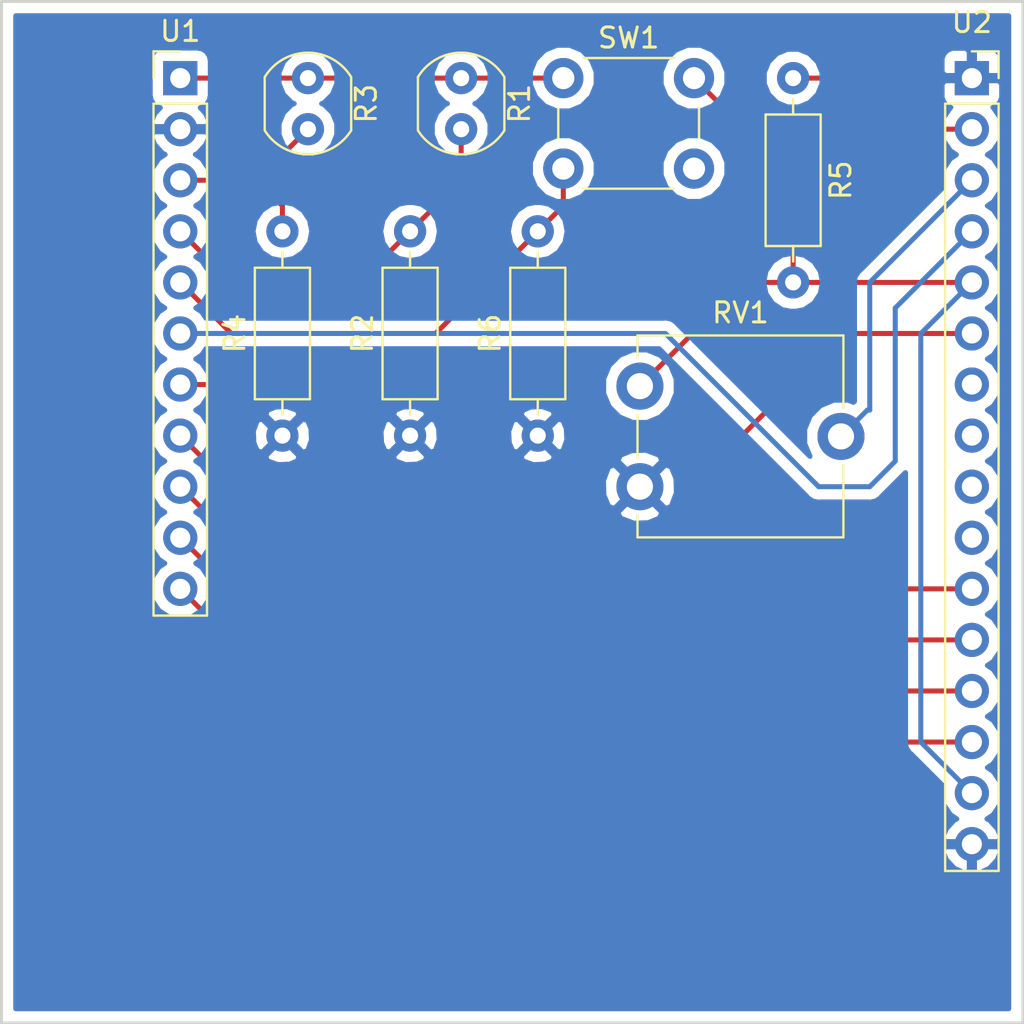
<source format=kicad_pcb>
(kicad_pcb (version 20171130) (host pcbnew "(5.0.1)-4")

  (general
    (thickness 1.6)
    (drawings 4)
    (tracks 59)
    (zones 0)
    (modules 10)
    (nets 18)
  )

  (page A4)
  (layers
    (0 F.Cu signal)
    (31 B.Cu signal)
    (32 B.Adhes user)
    (33 F.Adhes user)
    (34 B.Paste user)
    (35 F.Paste user)
    (36 B.SilkS user)
    (37 F.SilkS user)
    (38 B.Mask user)
    (39 F.Mask user)
    (40 Dwgs.User user)
    (41 Cmts.User user)
    (42 Eco1.User user)
    (43 Eco2.User user)
    (44 Edge.Cuts user)
    (45 Margin user)
    (46 B.CrtYd user)
    (47 F.CrtYd user)
    (48 B.Fab user)
    (49 F.Fab user)
  )

  (setup
    (last_trace_width 0.25)
    (trace_clearance 0.2)
    (zone_clearance 0.508)
    (zone_45_only no)
    (trace_min 0.2)
    (segment_width 0.2)
    (edge_width 0.15)
    (via_size 0.8)
    (via_drill 0.4)
    (via_min_size 0.4)
    (via_min_drill 0.3)
    (uvia_size 0.3)
    (uvia_drill 0.1)
    (uvias_allowed no)
    (uvia_min_size 0.2)
    (uvia_min_drill 0.1)
    (pcb_text_width 0.3)
    (pcb_text_size 1.5 1.5)
    (mod_edge_width 0.15)
    (mod_text_size 1 1)
    (mod_text_width 0.15)
    (pad_size 1.524 1.524)
    (pad_drill 0.762)
    (pad_to_mask_clearance 0.051)
    (solder_mask_min_width 0.25)
    (aux_axis_origin 0 0)
    (visible_elements 7FFFFFFF)
    (pcbplotparams
      (layerselection 0x010f0_ffffffff)
      (usegerberextensions false)
      (usegerberattributes false)
      (usegerberadvancedattributes false)
      (creategerberjobfile false)
      (excludeedgelayer true)
      (linewidth 0.100000)
      (plotframeref false)
      (viasonmask false)
      (mode 1)
      (useauxorigin false)
      (hpglpennumber 1)
      (hpglpenspeed 20)
      (hpglpendiameter 15.000000)
      (psnegative false)
      (psa4output false)
      (plotreference true)
      (plotvalue true)
      (plotinvisibletext false)
      (padsonsilk false)
      (subtractmaskfromsilk false)
      (outputformat 1)
      (mirror false)
      (drillshape 0)
      (scaleselection 1)
      (outputdirectory "C:/Users/Jack Mason/Documents/kicad/timer/timer/"))
  )

  (net 0 "")
  (net 1 "Net-(R1-Pad2)")
  (net 2 "Net-(R1-Pad1)")
  (net 3 "Net-(R2-Pad1)")
  (net 4 "Net-(R3-Pad2)")
  (net 5 "Net-(R5-Pad1)")
  (net 6 "Net-(R6-Pad2)")
  (net 7 "Net-(RV1-Pad2)")
  (net 8 "Net-(U1-Pad6)")
  (net 9 "Net-(U1-Pad7)")
  (net 10 "Net-(U1-Pad8)")
  (net 11 "Net-(U1-Pad9)")
  (net 12 "Net-(U1-Pad10)")
  (net 13 "Net-(U1-Pad11)")
  (net 14 "Net-(U2-Pad7)")
  (net 15 "Net-(U2-Pad8)")
  (net 16 "Net-(U2-Pad9)")
  (net 17 "Net-(U2-Pad10)")

  (net_class Default "This is the default net class."
    (clearance 0.2)
    (trace_width 0.25)
    (via_dia 0.8)
    (via_drill 0.4)
    (uvia_dia 0.3)
    (uvia_drill 0.1)
    (add_net "Net-(R1-Pad1)")
    (add_net "Net-(R1-Pad2)")
    (add_net "Net-(R2-Pad1)")
    (add_net "Net-(R3-Pad2)")
    (add_net "Net-(R5-Pad1)")
    (add_net "Net-(R6-Pad2)")
    (add_net "Net-(RV1-Pad2)")
    (add_net "Net-(U1-Pad10)")
    (add_net "Net-(U1-Pad11)")
    (add_net "Net-(U1-Pad6)")
    (add_net "Net-(U1-Pad7)")
    (add_net "Net-(U1-Pad8)")
    (add_net "Net-(U1-Pad9)")
    (add_net "Net-(U2-Pad10)")
    (add_net "Net-(U2-Pad7)")
    (add_net "Net-(U2-Pad8)")
    (add_net "Net-(U2-Pad9)")
  )

  (module OptoDevice:R_LDR_4.9x4.2mm_P2.54mm_Vertical (layer F.Cu) (tedit 5B8603A6) (tstamp 5C07AF46)
    (at 134.62 73.66 270)
    (descr "Resistor, LDR 4.9x4.2mm")
    (tags "Resistor LDR4.9x4.2")
    (path /5BF64243)
    (fp_text reference R1 (at 1.27 -2.9 270) (layer F.SilkS)
      (effects (font (size 1 1) (thickness 0.15)))
    )
    (fp_text value R_PHOTO (at 1.17 3.1 270) (layer F.Fab)
      (effects (font (size 1 1) (thickness 0.15)))
    )
    (fp_arc (start 1.27 0) (end -0.03 2.1) (angle 115) (layer F.Fab) (width 0.1))
    (fp_arc (start 1.27 0) (end 2.57 -2.1) (angle 115) (layer F.Fab) (width 0.1))
    (fp_arc (start 1.25 0) (end 2.6 -2.15) (angle 115) (layer F.SilkS) (width 0.12))
    (fp_arc (start 1.25 0) (end -0.05 2.15) (angle 117) (layer F.SilkS) (width 0.12))
    (fp_line (start 3.99 2.35) (end -1.45 2.35) (layer F.CrtYd) (width 0.05))
    (fp_line (start 3.99 2.35) (end 3.99 -2.35) (layer F.CrtYd) (width 0.05))
    (fp_line (start -1.45 -2.35) (end -1.45 2.35) (layer F.CrtYd) (width 0.05))
    (fp_line (start -1.45 -2.35) (end 3.99 -2.35) (layer F.CrtYd) (width 0.05))
    (fp_line (start -0.03 -2.1) (end 2.57 -2.1) (layer F.Fab) (width 0.1))
    (fp_line (start 2.57 2.1) (end -0.03 2.1) (layer F.Fab) (width 0.1))
    (fp_line (start 0.37 1.8) (end 2.17 1.8) (layer F.Fab) (width 0.1))
    (fp_line (start 0.37 1.2) (end 0.37 1.8) (layer F.Fab) (width 0.1))
    (fp_line (start 1.67 0.6) (end 1.67 1.2) (layer F.Fab) (width 0.1))
    (fp_line (start 0.87 0) (end 0.87 0.6) (layer F.Fab) (width 0.1))
    (fp_line (start 1.67 -0.6) (end 1.67 0) (layer F.Fab) (width 0.1))
    (fp_line (start 0.87 -1.2) (end 0.87 -0.6) (layer F.Fab) (width 0.1))
    (fp_line (start 2.17 -1.8) (end 2.17 -1.2) (layer F.Fab) (width 0.1))
    (fp_line (start 0.37 -1.8) (end 2.17 -1.8) (layer F.Fab) (width 0.1))
    (fp_line (start 0.37 1.2) (end 1.67 1.2) (layer F.Fab) (width 0.1))
    (fp_line (start 1.67 0.6) (end 0.87 0.6) (layer F.Fab) (width 0.1))
    (fp_line (start 0.87 0) (end 1.67 0) (layer F.Fab) (width 0.1))
    (fp_line (start 1.67 -0.6) (end 0.87 -0.6) (layer F.Fab) (width 0.1))
    (fp_line (start 0.87 -1.2) (end 2.17 -1.2) (layer F.Fab) (width 0.1))
    (fp_line (start -0.05 -2.15) (end 2.6 -2.15) (layer F.SilkS) (width 0.12))
    (fp_line (start -0.05 2.15) (end 2.6 2.15) (layer F.SilkS) (width 0.12))
    (fp_text user %R (at 1.27 -2.9 270) (layer F.Fab)
      (effects (font (size 1 1) (thickness 0.15)))
    )
    (pad 2 thru_hole circle (at 2.54 0 270) (size 1.6 1.6) (drill 0.8) (layers *.Cu *.Mask)
      (net 1 "Net-(R1-Pad2)"))
    (pad 1 thru_hole circle (at 0 0 270) (size 1.6 1.6) (drill 0.8) (layers *.Cu *.Mask)
      (net 2 "Net-(R1-Pad1)"))
    (model ${KISYS3DMOD}/OptoDevice.3dshapes/R_LDR_4.9x4.2mm_P2.54mm_Vertical.wrl
      (at (xyz 0 0 0))
      (scale (xyz 1 1 1))
      (rotate (xyz 0 0 0))
    )
  )

  (module Resistor_THT:R_Axial_DIN0207_L6.3mm_D2.5mm_P10.16mm_Horizontal (layer F.Cu) (tedit 5AE5139B) (tstamp 5C07AE17)
    (at 132.08 91.44 90)
    (descr "Resistor, Axial_DIN0207 series, Axial, Horizontal, pin pitch=10.16mm, 0.25W = 1/4W, length*diameter=6.3*2.5mm^2, http://cdn-reichelt.de/documents/datenblatt/B400/1_4W%23YAG.pdf")
    (tags "Resistor Axial_DIN0207 series Axial Horizontal pin pitch 10.16mm 0.25W = 1/4W length 6.3mm diameter 2.5mm")
    (path /5BF5FF69)
    (fp_text reference R2 (at 5.08 -2.37 90) (layer F.SilkS)
      (effects (font (size 1 1) (thickness 0.15)))
    )
    (fp_text value 10K (at 5.08 2.37 90) (layer F.Fab)
      (effects (font (size 1 1) (thickness 0.15)))
    )
    (fp_text user %R (at 5.08 0 90) (layer F.Fab)
      (effects (font (size 1 1) (thickness 0.15)))
    )
    (fp_line (start 11.21 -1.5) (end -1.05 -1.5) (layer F.CrtYd) (width 0.05))
    (fp_line (start 11.21 1.5) (end 11.21 -1.5) (layer F.CrtYd) (width 0.05))
    (fp_line (start -1.05 1.5) (end 11.21 1.5) (layer F.CrtYd) (width 0.05))
    (fp_line (start -1.05 -1.5) (end -1.05 1.5) (layer F.CrtYd) (width 0.05))
    (fp_line (start 9.12 0) (end 8.35 0) (layer F.SilkS) (width 0.12))
    (fp_line (start 1.04 0) (end 1.81 0) (layer F.SilkS) (width 0.12))
    (fp_line (start 8.35 -1.37) (end 1.81 -1.37) (layer F.SilkS) (width 0.12))
    (fp_line (start 8.35 1.37) (end 8.35 -1.37) (layer F.SilkS) (width 0.12))
    (fp_line (start 1.81 1.37) (end 8.35 1.37) (layer F.SilkS) (width 0.12))
    (fp_line (start 1.81 -1.37) (end 1.81 1.37) (layer F.SilkS) (width 0.12))
    (fp_line (start 10.16 0) (end 8.23 0) (layer F.Fab) (width 0.1))
    (fp_line (start 0 0) (end 1.93 0) (layer F.Fab) (width 0.1))
    (fp_line (start 8.23 -1.25) (end 1.93 -1.25) (layer F.Fab) (width 0.1))
    (fp_line (start 8.23 1.25) (end 8.23 -1.25) (layer F.Fab) (width 0.1))
    (fp_line (start 1.93 1.25) (end 8.23 1.25) (layer F.Fab) (width 0.1))
    (fp_line (start 1.93 -1.25) (end 1.93 1.25) (layer F.Fab) (width 0.1))
    (pad 2 thru_hole oval (at 10.16 0 90) (size 1.6 1.6) (drill 0.8) (layers *.Cu *.Mask)
      (net 1 "Net-(R1-Pad2)"))
    (pad 1 thru_hole circle (at 0 0 90) (size 1.6 1.6) (drill 0.8) (layers *.Cu *.Mask)
      (net 3 "Net-(R2-Pad1)"))
    (model ${KISYS3DMOD}/Resistor_THT.3dshapes/R_Axial_DIN0207_L6.3mm_D2.5mm_P10.16mm_Horizontal.wrl
      (at (xyz 0 0 0))
      (scale (xyz 1 1 1))
      (rotate (xyz 0 0 0))
    )
  )

  (module OptoDevice:R_LDR_4.9x4.2mm_P2.54mm_Vertical (layer F.Cu) (tedit 5B8603A6) (tstamp 5C07AEA4)
    (at 127 73.66 270)
    (descr "Resistor, LDR 4.9x4.2mm")
    (tags "Resistor LDR4.9x4.2")
    (path /5BF64207)
    (fp_text reference R3 (at 1.27 -2.9 270) (layer F.SilkS)
      (effects (font (size 1 1) (thickness 0.15)))
    )
    (fp_text value R_PHOTO (at 1.17 3.1 270) (layer F.Fab)
      (effects (font (size 1 1) (thickness 0.15)))
    )
    (fp_text user %R (at 1.27 -2.9 270) (layer F.Fab)
      (effects (font (size 1 1) (thickness 0.15)))
    )
    (fp_line (start -0.05 2.15) (end 2.6 2.15) (layer F.SilkS) (width 0.12))
    (fp_line (start -0.05 -2.15) (end 2.6 -2.15) (layer F.SilkS) (width 0.12))
    (fp_line (start 0.87 -1.2) (end 2.17 -1.2) (layer F.Fab) (width 0.1))
    (fp_line (start 1.67 -0.6) (end 0.87 -0.6) (layer F.Fab) (width 0.1))
    (fp_line (start 0.87 0) (end 1.67 0) (layer F.Fab) (width 0.1))
    (fp_line (start 1.67 0.6) (end 0.87 0.6) (layer F.Fab) (width 0.1))
    (fp_line (start 0.37 1.2) (end 1.67 1.2) (layer F.Fab) (width 0.1))
    (fp_line (start 0.37 -1.8) (end 2.17 -1.8) (layer F.Fab) (width 0.1))
    (fp_line (start 2.17 -1.8) (end 2.17 -1.2) (layer F.Fab) (width 0.1))
    (fp_line (start 0.87 -1.2) (end 0.87 -0.6) (layer F.Fab) (width 0.1))
    (fp_line (start 1.67 -0.6) (end 1.67 0) (layer F.Fab) (width 0.1))
    (fp_line (start 0.87 0) (end 0.87 0.6) (layer F.Fab) (width 0.1))
    (fp_line (start 1.67 0.6) (end 1.67 1.2) (layer F.Fab) (width 0.1))
    (fp_line (start 0.37 1.2) (end 0.37 1.8) (layer F.Fab) (width 0.1))
    (fp_line (start 0.37 1.8) (end 2.17 1.8) (layer F.Fab) (width 0.1))
    (fp_line (start 2.57 2.1) (end -0.03 2.1) (layer F.Fab) (width 0.1))
    (fp_line (start -0.03 -2.1) (end 2.57 -2.1) (layer F.Fab) (width 0.1))
    (fp_line (start -1.45 -2.35) (end 3.99 -2.35) (layer F.CrtYd) (width 0.05))
    (fp_line (start -1.45 -2.35) (end -1.45 2.35) (layer F.CrtYd) (width 0.05))
    (fp_line (start 3.99 2.35) (end 3.99 -2.35) (layer F.CrtYd) (width 0.05))
    (fp_line (start 3.99 2.35) (end -1.45 2.35) (layer F.CrtYd) (width 0.05))
    (fp_arc (start 1.25 0) (end -0.05 2.15) (angle 117) (layer F.SilkS) (width 0.12))
    (fp_arc (start 1.25 0) (end 2.6 -2.15) (angle 115) (layer F.SilkS) (width 0.12))
    (fp_arc (start 1.27 0) (end 2.57 -2.1) (angle 115) (layer F.Fab) (width 0.1))
    (fp_arc (start 1.27 0) (end -0.03 2.1) (angle 115) (layer F.Fab) (width 0.1))
    (pad 1 thru_hole circle (at 0 0 270) (size 1.6 1.6) (drill 0.8) (layers *.Cu *.Mask)
      (net 2 "Net-(R1-Pad1)"))
    (pad 2 thru_hole circle (at 2.54 0 270) (size 1.6 1.6) (drill 0.8) (layers *.Cu *.Mask)
      (net 4 "Net-(R3-Pad2)"))
    (model ${KISYS3DMOD}/OptoDevice.3dshapes/R_LDR_4.9x4.2mm_P2.54mm_Vertical.wrl
      (at (xyz 0 0 0))
      (scale (xyz 1 1 1))
      (rotate (xyz 0 0 0))
    )
  )

  (module Resistor_THT:R_Axial_DIN0207_L6.3mm_D2.5mm_P10.16mm_Horizontal (layer F.Cu) (tedit 5AE5139B) (tstamp 5C07AE59)
    (at 125.73 91.44 90)
    (descr "Resistor, Axial_DIN0207 series, Axial, Horizontal, pin pitch=10.16mm, 0.25W = 1/4W, length*diameter=6.3*2.5mm^2, http://cdn-reichelt.de/documents/datenblatt/B400/1_4W%23YAG.pdf")
    (tags "Resistor Axial_DIN0207 series Axial Horizontal pin pitch 10.16mm 0.25W = 1/4W length 6.3mm diameter 2.5mm")
    (path /5BF600C8)
    (fp_text reference R4 (at 5.08 -2.37 90) (layer F.SilkS)
      (effects (font (size 1 1) (thickness 0.15)))
    )
    (fp_text value 10K (at 5.08 2.37 90) (layer F.Fab)
      (effects (font (size 1 1) (thickness 0.15)))
    )
    (fp_line (start 1.93 -1.25) (end 1.93 1.25) (layer F.Fab) (width 0.1))
    (fp_line (start 1.93 1.25) (end 8.23 1.25) (layer F.Fab) (width 0.1))
    (fp_line (start 8.23 1.25) (end 8.23 -1.25) (layer F.Fab) (width 0.1))
    (fp_line (start 8.23 -1.25) (end 1.93 -1.25) (layer F.Fab) (width 0.1))
    (fp_line (start 0 0) (end 1.93 0) (layer F.Fab) (width 0.1))
    (fp_line (start 10.16 0) (end 8.23 0) (layer F.Fab) (width 0.1))
    (fp_line (start 1.81 -1.37) (end 1.81 1.37) (layer F.SilkS) (width 0.12))
    (fp_line (start 1.81 1.37) (end 8.35 1.37) (layer F.SilkS) (width 0.12))
    (fp_line (start 8.35 1.37) (end 8.35 -1.37) (layer F.SilkS) (width 0.12))
    (fp_line (start 8.35 -1.37) (end 1.81 -1.37) (layer F.SilkS) (width 0.12))
    (fp_line (start 1.04 0) (end 1.81 0) (layer F.SilkS) (width 0.12))
    (fp_line (start 9.12 0) (end 8.35 0) (layer F.SilkS) (width 0.12))
    (fp_line (start -1.05 -1.5) (end -1.05 1.5) (layer F.CrtYd) (width 0.05))
    (fp_line (start -1.05 1.5) (end 11.21 1.5) (layer F.CrtYd) (width 0.05))
    (fp_line (start 11.21 1.5) (end 11.21 -1.5) (layer F.CrtYd) (width 0.05))
    (fp_line (start 11.21 -1.5) (end -1.05 -1.5) (layer F.CrtYd) (width 0.05))
    (fp_text user %R (at 5.08 0 90) (layer F.Fab)
      (effects (font (size 1 1) (thickness 0.15)))
    )
    (pad 1 thru_hole circle (at 0 0 90) (size 1.6 1.6) (drill 0.8) (layers *.Cu *.Mask)
      (net 3 "Net-(R2-Pad1)"))
    (pad 2 thru_hole oval (at 10.16 0 90) (size 1.6 1.6) (drill 0.8) (layers *.Cu *.Mask)
      (net 4 "Net-(R3-Pad2)"))
    (model ${KISYS3DMOD}/Resistor_THT.3dshapes/R_Axial_DIN0207_L6.3mm_D2.5mm_P10.16mm_Horizontal.wrl
      (at (xyz 0 0 0))
      (scale (xyz 1 1 1))
      (rotate (xyz 0 0 0))
    )
  )

  (module Resistor_THT:R_Axial_DIN0207_L6.3mm_D2.5mm_P10.16mm_Horizontal (layer F.Cu) (tedit 5AE5139B) (tstamp 5C045351)
    (at 151.13 73.66 270)
    (descr "Resistor, Axial_DIN0207 series, Axial, Horizontal, pin pitch=10.16mm, 0.25W = 1/4W, length*diameter=6.3*2.5mm^2, http://cdn-reichelt.de/documents/datenblatt/B400/1_4W%23YAG.pdf")
    (tags "Resistor Axial_DIN0207 series Axial Horizontal pin pitch 10.16mm 0.25W = 1/4W length 6.3mm diameter 2.5mm")
    (path /5BF5FF1F)
    (fp_text reference R5 (at 5.08 -2.37 270) (layer F.SilkS)
      (effects (font (size 1 1) (thickness 0.15)))
    )
    (fp_text value 220 (at 5.08 2.37 270) (layer F.Fab)
      (effects (font (size 1 1) (thickness 0.15)))
    )
    (fp_line (start 1.93 -1.25) (end 1.93 1.25) (layer F.Fab) (width 0.1))
    (fp_line (start 1.93 1.25) (end 8.23 1.25) (layer F.Fab) (width 0.1))
    (fp_line (start 8.23 1.25) (end 8.23 -1.25) (layer F.Fab) (width 0.1))
    (fp_line (start 8.23 -1.25) (end 1.93 -1.25) (layer F.Fab) (width 0.1))
    (fp_line (start 0 0) (end 1.93 0) (layer F.Fab) (width 0.1))
    (fp_line (start 10.16 0) (end 8.23 0) (layer F.Fab) (width 0.1))
    (fp_line (start 1.81 -1.37) (end 1.81 1.37) (layer F.SilkS) (width 0.12))
    (fp_line (start 1.81 1.37) (end 8.35 1.37) (layer F.SilkS) (width 0.12))
    (fp_line (start 8.35 1.37) (end 8.35 -1.37) (layer F.SilkS) (width 0.12))
    (fp_line (start 8.35 -1.37) (end 1.81 -1.37) (layer F.SilkS) (width 0.12))
    (fp_line (start 1.04 0) (end 1.81 0) (layer F.SilkS) (width 0.12))
    (fp_line (start 9.12 0) (end 8.35 0) (layer F.SilkS) (width 0.12))
    (fp_line (start -1.05 -1.5) (end -1.05 1.5) (layer F.CrtYd) (width 0.05))
    (fp_line (start -1.05 1.5) (end 11.21 1.5) (layer F.CrtYd) (width 0.05))
    (fp_line (start 11.21 1.5) (end 11.21 -1.5) (layer F.CrtYd) (width 0.05))
    (fp_line (start 11.21 -1.5) (end -1.05 -1.5) (layer F.CrtYd) (width 0.05))
    (fp_text user %R (at 5.08 0 90) (layer F.Fab)
      (effects (font (size 1 1) (thickness 0.15)))
    )
    (pad 1 thru_hole circle (at 0 0 270) (size 1.6 1.6) (drill 0.8) (layers *.Cu *.Mask)
      (net 5 "Net-(R5-Pad1)"))
    (pad 2 thru_hole oval (at 10.16 0 270) (size 1.6 1.6) (drill 0.8) (layers *.Cu *.Mask)
      (net 2 "Net-(R1-Pad1)"))
    (model ${KISYS3DMOD}/Resistor_THT.3dshapes/R_Axial_DIN0207_L6.3mm_D2.5mm_P10.16mm_Horizontal.wrl
      (at (xyz 0 0 0))
      (scale (xyz 1 1 1))
      (rotate (xyz 0 0 0))
    )
  )

  (module Resistor_THT:R_Axial_DIN0207_L6.3mm_D2.5mm_P10.16mm_Horizontal (layer F.Cu) (tedit 5AE5139B) (tstamp 5C07ADD5)
    (at 138.43 91.44 90)
    (descr "Resistor, Axial_DIN0207 series, Axial, Horizontal, pin pitch=10.16mm, 0.25W = 1/4W, length*diameter=6.3*2.5mm^2, http://cdn-reichelt.de/documents/datenblatt/B400/1_4W%23YAG.pdf")
    (tags "Resistor Axial_DIN0207 series Axial Horizontal pin pitch 10.16mm 0.25W = 1/4W length 6.3mm diameter 2.5mm")
    (path /5BF600EF)
    (fp_text reference R6 (at 5.08 -2.37 90) (layer F.SilkS)
      (effects (font (size 1 1) (thickness 0.15)))
    )
    (fp_text value 10K (at 5.08 2.37 90) (layer F.Fab)
      (effects (font (size 1 1) (thickness 0.15)))
    )
    (fp_text user %R (at 5.08 0 90) (layer F.Fab)
      (effects (font (size 1 1) (thickness 0.15)))
    )
    (fp_line (start 11.21 -1.5) (end -1.05 -1.5) (layer F.CrtYd) (width 0.05))
    (fp_line (start 11.21 1.5) (end 11.21 -1.5) (layer F.CrtYd) (width 0.05))
    (fp_line (start -1.05 1.5) (end 11.21 1.5) (layer F.CrtYd) (width 0.05))
    (fp_line (start -1.05 -1.5) (end -1.05 1.5) (layer F.CrtYd) (width 0.05))
    (fp_line (start 9.12 0) (end 8.35 0) (layer F.SilkS) (width 0.12))
    (fp_line (start 1.04 0) (end 1.81 0) (layer F.SilkS) (width 0.12))
    (fp_line (start 8.35 -1.37) (end 1.81 -1.37) (layer F.SilkS) (width 0.12))
    (fp_line (start 8.35 1.37) (end 8.35 -1.37) (layer F.SilkS) (width 0.12))
    (fp_line (start 1.81 1.37) (end 8.35 1.37) (layer F.SilkS) (width 0.12))
    (fp_line (start 1.81 -1.37) (end 1.81 1.37) (layer F.SilkS) (width 0.12))
    (fp_line (start 10.16 0) (end 8.23 0) (layer F.Fab) (width 0.1))
    (fp_line (start 0 0) (end 1.93 0) (layer F.Fab) (width 0.1))
    (fp_line (start 8.23 -1.25) (end 1.93 -1.25) (layer F.Fab) (width 0.1))
    (fp_line (start 8.23 1.25) (end 8.23 -1.25) (layer F.Fab) (width 0.1))
    (fp_line (start 1.93 1.25) (end 8.23 1.25) (layer F.Fab) (width 0.1))
    (fp_line (start 1.93 -1.25) (end 1.93 1.25) (layer F.Fab) (width 0.1))
    (pad 2 thru_hole oval (at 10.16 0 90) (size 1.6 1.6) (drill 0.8) (layers *.Cu *.Mask)
      (net 6 "Net-(R6-Pad2)"))
    (pad 1 thru_hole circle (at 0 0 90) (size 1.6 1.6) (drill 0.8) (layers *.Cu *.Mask)
      (net 3 "Net-(R2-Pad1)"))
    (model ${KISYS3DMOD}/Resistor_THT.3dshapes/R_Axial_DIN0207_L6.3mm_D2.5mm_P10.16mm_Horizontal.wrl
      (at (xyz 0 0 0))
      (scale (xyz 1 1 1))
      (rotate (xyz 0 0 0))
    )
  )

  (module Potentiometer_THT:Potentiometer_ACP_CA9-V10_Vertical (layer F.Cu) (tedit 5A3D4994) (tstamp 5C045601)
    (at 143.51 93.98)
    (descr "Potentiometer, vertical, ACP CA9-V10, http://www.acptechnologies.com/wp-content/uploads/2017/05/02-ACP-CA9-CE9.pdf")
    (tags "Potentiometer vertical ACP CA9-V10")
    (path /5BF6D3DF)
    (fp_text reference RV1 (at 5 -8.65) (layer F.SilkS)
      (effects (font (size 1 1) (thickness 0.15)))
    )
    (fp_text value R_POT (at 5 3.65) (layer F.Fab)
      (effects (font (size 1 1) (thickness 0.15)))
    )
    (fp_circle (center 5 -2.5) (end 6.05 -2.5) (layer F.Fab) (width 0.1))
    (fp_line (start 0 -7.4) (end 0 2.4) (layer F.Fab) (width 0.1))
    (fp_line (start 0 2.4) (end 10 2.4) (layer F.Fab) (width 0.1))
    (fp_line (start 10 2.4) (end 10 -7.4) (layer F.Fab) (width 0.1))
    (fp_line (start 10 -7.4) (end 0 -7.4) (layer F.Fab) (width 0.1))
    (fp_line (start -0.12 -7.521) (end 10.12 -7.521) (layer F.SilkS) (width 0.12))
    (fp_line (start -0.12 2.52) (end 10.12 2.52) (layer F.SilkS) (width 0.12))
    (fp_line (start -0.12 -7.521) (end -0.12 -6.426) (layer F.SilkS) (width 0.12))
    (fp_line (start -0.12 -3.574) (end -0.12 -1.425) (layer F.SilkS) (width 0.12))
    (fp_line (start -0.12 1.425) (end -0.12 2.52) (layer F.SilkS) (width 0.12))
    (fp_line (start 10.12 -7.521) (end 10.12 -3.925) (layer F.SilkS) (width 0.12))
    (fp_line (start 10.12 -1.075) (end 10.12 2.52) (layer F.SilkS) (width 0.12))
    (fp_line (start -1.45 -7.65) (end -1.45 2.7) (layer F.CrtYd) (width 0.05))
    (fp_line (start -1.45 2.7) (end 11.45 2.7) (layer F.CrtYd) (width 0.05))
    (fp_line (start 11.45 2.7) (end 11.45 -7.65) (layer F.CrtYd) (width 0.05))
    (fp_line (start 11.45 -7.65) (end -1.45 -7.65) (layer F.CrtYd) (width 0.05))
    (fp_text user %R (at 1 -2.5 90) (layer F.Fab)
      (effects (font (size 1 1) (thickness 0.15)))
    )
    (pad 3 thru_hole circle (at 0 -5) (size 2.34 2.34) (drill 1.3) (layers *.Cu *.Mask)
      (net 2 "Net-(R1-Pad1)"))
    (pad 2 thru_hole circle (at 10 -2.5) (size 2.34 2.34) (drill 1.3) (layers *.Cu *.Mask)
      (net 7 "Net-(RV1-Pad2)"))
    (pad 1 thru_hole circle (at 0 0) (size 2.34 2.34) (drill 1.3) (layers *.Cu *.Mask)
      (net 3 "Net-(R2-Pad1)"))
    (model ${KISYS3DMOD}/Potentiometer_THT.3dshapes/Potentiometer_ACP_CA9-V10_Vertical.wrl
      (at (xyz 0 0 0))
      (scale (xyz 1 1 1))
      (rotate (xyz 0 0 0))
    )
  )

  (module Button_Switch_THT:SW_PUSH_6mm (layer F.Cu) (tedit 5A02FE31) (tstamp 5C07AD83)
    (at 139.7 73.66)
    (descr https://www.omron.com/ecb/products/pdf/en-b3f.pdf)
    (tags "tact sw push 6mm")
    (path /5BF607CD)
    (fp_text reference SW1 (at 3.25 -2) (layer F.SilkS)
      (effects (font (size 1 1) (thickness 0.15)))
    )
    (fp_text value SW_Push (at 3.75 6.7) (layer F.Fab)
      (effects (font (size 1 1) (thickness 0.15)))
    )
    (fp_text user %R (at 3.25 2.25) (layer F.Fab)
      (effects (font (size 1 1) (thickness 0.15)))
    )
    (fp_line (start 3.25 -0.75) (end 6.25 -0.75) (layer F.Fab) (width 0.1))
    (fp_line (start 6.25 -0.75) (end 6.25 5.25) (layer F.Fab) (width 0.1))
    (fp_line (start 6.25 5.25) (end 0.25 5.25) (layer F.Fab) (width 0.1))
    (fp_line (start 0.25 5.25) (end 0.25 -0.75) (layer F.Fab) (width 0.1))
    (fp_line (start 0.25 -0.75) (end 3.25 -0.75) (layer F.Fab) (width 0.1))
    (fp_line (start 7.75 6) (end 8 6) (layer F.CrtYd) (width 0.05))
    (fp_line (start 8 6) (end 8 5.75) (layer F.CrtYd) (width 0.05))
    (fp_line (start 7.75 -1.5) (end 8 -1.5) (layer F.CrtYd) (width 0.05))
    (fp_line (start 8 -1.5) (end 8 -1.25) (layer F.CrtYd) (width 0.05))
    (fp_line (start -1.5 -1.25) (end -1.5 -1.5) (layer F.CrtYd) (width 0.05))
    (fp_line (start -1.5 -1.5) (end -1.25 -1.5) (layer F.CrtYd) (width 0.05))
    (fp_line (start -1.5 5.75) (end -1.5 6) (layer F.CrtYd) (width 0.05))
    (fp_line (start -1.5 6) (end -1.25 6) (layer F.CrtYd) (width 0.05))
    (fp_line (start -1.25 -1.5) (end 7.75 -1.5) (layer F.CrtYd) (width 0.05))
    (fp_line (start -1.5 5.75) (end -1.5 -1.25) (layer F.CrtYd) (width 0.05))
    (fp_line (start 7.75 6) (end -1.25 6) (layer F.CrtYd) (width 0.05))
    (fp_line (start 8 -1.25) (end 8 5.75) (layer F.CrtYd) (width 0.05))
    (fp_line (start 1 5.5) (end 5.5 5.5) (layer F.SilkS) (width 0.12))
    (fp_line (start -0.25 1.5) (end -0.25 3) (layer F.SilkS) (width 0.12))
    (fp_line (start 5.5 -1) (end 1 -1) (layer F.SilkS) (width 0.12))
    (fp_line (start 6.75 3) (end 6.75 1.5) (layer F.SilkS) (width 0.12))
    (fp_circle (center 3.25 2.25) (end 1.25 2.5) (layer F.Fab) (width 0.1))
    (pad 2 thru_hole circle (at 0 4.5 90) (size 2 2) (drill 1.1) (layers *.Cu *.Mask)
      (net 6 "Net-(R6-Pad2)"))
    (pad 1 thru_hole circle (at 0 0 90) (size 2 2) (drill 1.1) (layers *.Cu *.Mask)
      (net 2 "Net-(R1-Pad1)"))
    (pad 2 thru_hole circle (at 6.5 4.5 90) (size 2 2) (drill 1.1) (layers *.Cu *.Mask)
      (net 6 "Net-(R6-Pad2)"))
    (pad 1 thru_hole circle (at 6.5 0 90) (size 2 2) (drill 1.1) (layers *.Cu *.Mask)
      (net 2 "Net-(R1-Pad1)"))
    (model ${KISYS3DMOD}/Button_Switch_THT.3dshapes/SW_PUSH_6mm.wrl
      (at (xyz 0 0 0))
      (scale (xyz 1 1 1))
      (rotate (xyz 0 0 0))
    )
  )

  (module mylib:TIMER_CONN (layer F.Cu) (tedit 59FED5CC) (tstamp 5C07AD29)
    (at 120.65 73.66)
    (descr "Through hole straight pin header, 1x11, 2.54mm pitch, single row")
    (tags "Through hole pin header THT 1x11 2.54mm single row")
    (path /5BF5FD3E)
    (fp_text reference U1 (at 0 -2.33) (layer F.SilkS)
      (effects (font (size 1 1) (thickness 0.15)))
    )
    (fp_text value TIMER (at 0 27.73) (layer F.Fab)
      (effects (font (size 1 1) (thickness 0.15)))
    )
    (fp_line (start -0.635 -1.27) (end 1.27 -1.27) (layer F.Fab) (width 0.1))
    (fp_line (start 1.27 -1.27) (end 1.27 26.67) (layer F.Fab) (width 0.1))
    (fp_line (start 1.27 26.67) (end -1.27 26.67) (layer F.Fab) (width 0.1))
    (fp_line (start -1.27 26.67) (end -1.27 -0.635) (layer F.Fab) (width 0.1))
    (fp_line (start -1.27 -0.635) (end -0.635 -1.27) (layer F.Fab) (width 0.1))
    (fp_line (start -1.33 26.73) (end 1.33 26.73) (layer F.SilkS) (width 0.12))
    (fp_line (start -1.33 1.27) (end -1.33 26.73) (layer F.SilkS) (width 0.12))
    (fp_line (start 1.33 1.27) (end 1.33 26.73) (layer F.SilkS) (width 0.12))
    (fp_line (start -1.33 1.27) (end 1.33 1.27) (layer F.SilkS) (width 0.12))
    (fp_line (start -1.33 0) (end -1.33 -1.33) (layer F.SilkS) (width 0.12))
    (fp_line (start -1.33 -1.33) (end 0 -1.33) (layer F.SilkS) (width 0.12))
    (fp_line (start -1.8 -1.8) (end -1.8 27.2) (layer F.CrtYd) (width 0.05))
    (fp_line (start -1.8 27.2) (end 1.8 27.2) (layer F.CrtYd) (width 0.05))
    (fp_line (start 1.8 27.2) (end 1.8 -1.8) (layer F.CrtYd) (width 0.05))
    (fp_line (start 1.8 -1.8) (end -1.8 -1.8) (layer F.CrtYd) (width 0.05))
    (fp_text user %R (at 0 12.7 90) (layer F.Fab)
      (effects (font (size 1 1) (thickness 0.15)))
    )
    (pad 1 thru_hole rect (at 0 0) (size 1.7 1.7) (drill 1) (layers *.Cu *.Mask)
      (net 2 "Net-(R1-Pad1)"))
    (pad 2 thru_hole oval (at 0 2.54) (size 1.7 1.7) (drill 1) (layers *.Cu *.Mask)
      (net 3 "Net-(R2-Pad1)"))
    (pad 3 thru_hole oval (at 0 5.08) (size 1.7 1.7) (drill 1) (layers *.Cu *.Mask)
      (net 4 "Net-(R3-Pad2)"))
    (pad 4 thru_hole oval (at 0 7.62) (size 1.7 1.7) (drill 1) (layers *.Cu *.Mask)
      (net 1 "Net-(R1-Pad2)"))
    (pad 5 thru_hole oval (at 0 10.16) (size 1.7 1.7) (drill 1) (layers *.Cu *.Mask)
      (net 6 "Net-(R6-Pad2)"))
    (pad 6 thru_hole oval (at 0 12.7) (size 1.7 1.7) (drill 1) (layers *.Cu *.Mask)
      (net 8 "Net-(U1-Pad6)"))
    (pad 7 thru_hole oval (at 0 15.24) (size 1.7 1.7) (drill 1) (layers *.Cu *.Mask)
      (net 9 "Net-(U1-Pad7)"))
    (pad 8 thru_hole oval (at 0 17.78) (size 1.7 1.7) (drill 1) (layers *.Cu *.Mask)
      (net 10 "Net-(U1-Pad8)"))
    (pad 9 thru_hole oval (at 0 20.32) (size 1.7 1.7) (drill 1) (layers *.Cu *.Mask)
      (net 11 "Net-(U1-Pad9)"))
    (pad 10 thru_hole oval (at 0 22.86) (size 1.7 1.7) (drill 1) (layers *.Cu *.Mask)
      (net 12 "Net-(U1-Pad10)"))
    (pad 11 thru_hole oval (at 0 25.4) (size 1.7 1.7) (drill 1) (layers *.Cu *.Mask)
      (net 13 "Net-(U1-Pad11)"))
    (model ${KISYS3DMOD}/Connector_PinHeader_2.54mm.3dshapes/PinHeader_1x11_P2.54mm_Vertical.wrl
      (at (xyz 0 0 0))
      (scale (xyz 1 1 1))
      (rotate (xyz 0 0 0))
    )
  )

  (module Connector_PinSocket_2.54mm:PinSocket_1x16_P2.54mm_Vertical (layer F.Cu) (tedit 5A19A41E) (tstamp 5C1A204D)
    (at 160.02 73.66)
    (descr "Through hole straight socket strip, 1x16, 2.54mm pitch, single row (from Kicad 4.0.7), script generated")
    (tags "Through hole socket strip THT 1x16 2.54mm single row")
    (path /5BF5FD91)
    (fp_text reference U2 (at 0 -2.77) (layer F.SilkS)
      (effects (font (size 1 1) (thickness 0.15)))
    )
    (fp_text value LCD (at 0 40.87) (layer F.Fab)
      (effects (font (size 1 1) (thickness 0.15)))
    )
    (fp_line (start -1.27 -1.27) (end 0.635 -1.27) (layer F.Fab) (width 0.1))
    (fp_line (start 0.635 -1.27) (end 1.27 -0.635) (layer F.Fab) (width 0.1))
    (fp_line (start 1.27 -0.635) (end 1.27 39.37) (layer F.Fab) (width 0.1))
    (fp_line (start 1.27 39.37) (end -1.27 39.37) (layer F.Fab) (width 0.1))
    (fp_line (start -1.27 39.37) (end -1.27 -1.27) (layer F.Fab) (width 0.1))
    (fp_line (start -1.33 1.27) (end 1.33 1.27) (layer F.SilkS) (width 0.12))
    (fp_line (start -1.33 1.27) (end -1.33 39.43) (layer F.SilkS) (width 0.12))
    (fp_line (start -1.33 39.43) (end 1.33 39.43) (layer F.SilkS) (width 0.12))
    (fp_line (start 1.33 1.27) (end 1.33 39.43) (layer F.SilkS) (width 0.12))
    (fp_line (start 1.33 -1.33) (end 1.33 0) (layer F.SilkS) (width 0.12))
    (fp_line (start 0 -1.33) (end 1.33 -1.33) (layer F.SilkS) (width 0.12))
    (fp_line (start -1.8 -1.8) (end 1.75 -1.8) (layer F.CrtYd) (width 0.05))
    (fp_line (start 1.75 -1.8) (end 1.75 39.9) (layer F.CrtYd) (width 0.05))
    (fp_line (start 1.75 39.9) (end -1.8 39.9) (layer F.CrtYd) (width 0.05))
    (fp_line (start -1.8 39.9) (end -1.8 -1.8) (layer F.CrtYd) (width 0.05))
    (fp_text user %R (at 0 19.05 90) (layer F.Fab)
      (effects (font (size 1 1) (thickness 0.15)))
    )
    (pad 1 thru_hole rect (at 0 0) (size 1.7 1.7) (drill 1) (layers *.Cu *.Mask)
      (net 3 "Net-(R2-Pad1)"))
    (pad 2 thru_hole oval (at 0 2.54) (size 1.7 1.7) (drill 1) (layers *.Cu *.Mask)
      (net 5 "Net-(R5-Pad1)"))
    (pad 3 thru_hole oval (at 0 5.08) (size 1.7 1.7) (drill 1) (layers *.Cu *.Mask)
      (net 7 "Net-(RV1-Pad2)"))
    (pad 4 thru_hole oval (at 0 7.62) (size 1.7 1.7) (drill 1) (layers *.Cu *.Mask)
      (net 8 "Net-(U1-Pad6)"))
    (pad 5 thru_hole oval (at 0 10.16) (size 1.7 1.7) (drill 1) (layers *.Cu *.Mask)
      (net 2 "Net-(R1-Pad1)"))
    (pad 6 thru_hole oval (at 0 12.7) (size 1.7 1.7) (drill 1) (layers *.Cu *.Mask)
      (net 9 "Net-(U1-Pad7)"))
    (pad 7 thru_hole oval (at 0 15.24) (size 1.7 1.7) (drill 1) (layers *.Cu *.Mask)
      (net 14 "Net-(U2-Pad7)"))
    (pad 8 thru_hole oval (at 0 17.78) (size 1.7 1.7) (drill 1) (layers *.Cu *.Mask)
      (net 15 "Net-(U2-Pad8)"))
    (pad 9 thru_hole oval (at 0 20.32) (size 1.7 1.7) (drill 1) (layers *.Cu *.Mask)
      (net 16 "Net-(U2-Pad9)"))
    (pad 10 thru_hole oval (at 0 22.86) (size 1.7 1.7) (drill 1) (layers *.Cu *.Mask)
      (net 17 "Net-(U2-Pad10)"))
    (pad 11 thru_hole oval (at 0 25.4) (size 1.7 1.7) (drill 1) (layers *.Cu *.Mask)
      (net 10 "Net-(U1-Pad8)"))
    (pad 12 thru_hole oval (at 0 27.94) (size 1.7 1.7) (drill 1) (layers *.Cu *.Mask)
      (net 11 "Net-(U1-Pad9)"))
    (pad 13 thru_hole oval (at 0 30.48) (size 1.7 1.7) (drill 1) (layers *.Cu *.Mask)
      (net 12 "Net-(U1-Pad10)"))
    (pad 14 thru_hole oval (at 0 33.02) (size 1.7 1.7) (drill 1) (layers *.Cu *.Mask)
      (net 13 "Net-(U1-Pad11)"))
    (pad 15 thru_hole oval (at 0 35.56) (size 1.7 1.7) (drill 1) (layers *.Cu *.Mask)
      (net 2 "Net-(R1-Pad1)"))
    (pad 16 thru_hole oval (at 0 38.1) (size 1.7 1.7) (drill 1) (layers *.Cu *.Mask)
      (net 3 "Net-(R2-Pad1)"))
    (model ${KISYS3DMOD}/Connector_PinSocket_2.54mm.3dshapes/PinSocket_1x16_P2.54mm_Vertical.wrl
      (at (xyz 0 0 0))
      (scale (xyz 1 1 1))
      (rotate (xyz 0 0 0))
    )
  )

  (gr_line (start 111.76 69.85) (end 162.56 69.85) (layer Edge.Cuts) (width 0.15))
  (gr_line (start 111.76 120.65) (end 111.76 69.85) (layer Edge.Cuts) (width 0.15))
  (gr_line (start 162.56 120.65) (end 111.76 120.65) (layer Edge.Cuts) (width 0.15))
  (gr_line (start 162.56 69.85) (end 162.56 120.65) (layer Edge.Cuts) (width 0.15))

  (segment (start 134.62 78.74) (end 132.08 81.28) (width 0.25) (layer F.Cu) (net 1))
  (segment (start 134.62 76.2) (end 134.62 78.74) (width 0.25) (layer F.Cu) (net 1))
  (segment (start 132.08 81.28) (end 129.54 83.82) (width 0.25) (layer F.Cu) (net 1))
  (segment (start 129.54 83.82) (end 123.19 83.82) (width 0.25) (layer F.Cu) (net 1))
  (segment (start 123.19 83.82) (end 120.65 81.28) (width 0.25) (layer F.Cu) (net 1))
  (segment (start 120.65 73.66) (end 127 73.66) (width 0.25) (layer F.Cu) (net 2))
  (segment (start 127 73.66) (end 134.62 73.66) (width 0.25) (layer F.Cu) (net 2))
  (segment (start 134.62 73.66) (end 139.7 73.66) (width 0.25) (layer F.Cu) (net 2))
  (segment (start 151.13 78.59) (end 151.13 83.82) (width 0.25) (layer F.Cu) (net 2))
  (segment (start 146.2 73.66) (end 151.13 78.59) (width 0.25) (layer F.Cu) (net 2))
  (segment (start 148.67 83.82) (end 143.51 88.98) (width 0.25) (layer F.Cu) (net 2))
  (segment (start 151.13 83.82) (end 148.67 83.82) (width 0.25) (layer F.Cu) (net 2))
  (segment (start 151.13 83.82) (end 160.02 83.82) (width 0.25) (layer F.Cu) (net 2))
  (segment (start 157.48 106.68) (end 160.02 109.22) (width 0.25) (layer B.Cu) (net 2))
  (segment (start 160.02 83.82) (end 157.48 86.36) (width 0.25) (layer B.Cu) (net 2))
  (segment (start 157.48 86.36) (end 157.48 106.68) (width 0.25) (layer B.Cu) (net 2))
  (segment (start 124.46 78.74) (end 127 76.2) (width 0.25) (layer F.Cu) (net 4))
  (segment (start 120.65 78.74) (end 124.46 78.74) (width 0.25) (layer F.Cu) (net 4))
  (segment (start 124.46 78.74) (end 125.73 80.01) (width 0.25) (layer F.Cu) (net 4))
  (segment (start 125.73 80.01) (end 125.73 81.28) (width 0.25) (layer F.Cu) (net 4))
  (segment (start 151.13 73.66) (end 153.67 73.66) (width 0.25) (layer F.Cu) (net 5))
  (segment (start 156.21 76.2) (end 160.02 76.2) (width 0.25) (layer F.Cu) (net 5))
  (segment (start 153.67 73.66) (end 156.21 76.2) (width 0.25) (layer F.Cu) (net 5))
  (segment (start 139.7 80.01) (end 138.43 81.28) (width 0.25) (layer F.Cu) (net 6))
  (segment (start 139.7 78.16) (end 139.7 80.01) (width 0.25) (layer F.Cu) (net 6))
  (segment (start 138.43 81.28) (end 133.35 86.36) (width 0.25) (layer F.Cu) (net 6))
  (segment (start 123.19 86.36) (end 120.65 83.82) (width 0.25) (layer F.Cu) (net 6))
  (segment (start 133.35 86.36) (end 123.19 86.36) (width 0.25) (layer F.Cu) (net 6))
  (segment (start 154.82 90.17) (end 153.51 91.48) (width 0.25) (layer B.Cu) (net 7))
  (segment (start 154.94 90.17) (end 154.82 90.17) (width 0.25) (layer B.Cu) (net 7))
  (segment (start 160.02 78.74) (end 154.94 83.82) (width 0.25) (layer B.Cu) (net 7))
  (segment (start 154.94 83.82) (end 154.94 90.17) (width 0.25) (layer B.Cu) (net 7))
  (segment (start 144.78 86.36) (end 120.65 86.36) (width 0.25) (layer B.Cu) (net 8))
  (segment (start 152.4 93.98) (end 144.78 86.36) (width 0.25) (layer B.Cu) (net 8))
  (segment (start 154.94 93.98) (end 152.4 93.98) (width 0.25) (layer B.Cu) (net 8))
  (segment (start 156.21 92.71) (end 154.94 93.98) (width 0.25) (layer B.Cu) (net 8))
  (segment (start 160.02 81.28) (end 156.21 85.09) (width 0.25) (layer B.Cu) (net 8))
  (segment (start 156.21 85.09) (end 156.21 92.71) (width 0.25) (layer B.Cu) (net 8))
  (segment (start 120.65 88.9) (end 139.7 88.9) (width 0.25) (layer F.Cu) (net 9))
  (segment (start 139.7 88.9) (end 142.24 91.44) (width 0.25) (layer F.Cu) (net 9))
  (segment (start 142.24 91.44) (end 148.59 91.44) (width 0.25) (layer F.Cu) (net 9))
  (segment (start 148.59 91.44) (end 153.67 86.36) (width 0.25) (layer F.Cu) (net 9))
  (segment (start 153.67 86.36) (end 160.02 86.36) (width 0.25) (layer F.Cu) (net 9))
  (segment (start 160.02 99.06) (end 142.24 99.06) (width 0.25) (layer F.Cu) (net 10))
  (segment (start 142.24 99.06) (end 137.16 93.98) (width 0.25) (layer F.Cu) (net 10))
  (segment (start 123.19 93.98) (end 120.65 91.44) (width 0.25) (layer F.Cu) (net 10))
  (segment (start 137.16 93.98) (end 123.19 93.98) (width 0.25) (layer F.Cu) (net 10))
  (segment (start 120.65 93.98) (end 123.19 96.52) (width 0.25) (layer F.Cu) (net 11))
  (segment (start 123.19 96.52) (end 137.16 96.52) (width 0.25) (layer F.Cu) (net 11))
  (segment (start 137.16 96.52) (end 142.24 101.6) (width 0.25) (layer F.Cu) (net 11))
  (segment (start 142.24 101.6) (end 160.02 101.6) (width 0.25) (layer F.Cu) (net 11))
  (segment (start 160.02 104.14) (end 142.24 104.14) (width 0.25) (layer F.Cu) (net 12))
  (segment (start 142.24 104.14) (end 137.16 99.06) (width 0.25) (layer F.Cu) (net 12))
  (segment (start 123.19 99.06) (end 120.65 96.52) (width 0.25) (layer F.Cu) (net 12))
  (segment (start 137.16 99.06) (end 123.19 99.06) (width 0.25) (layer F.Cu) (net 12))
  (segment (start 120.65 99.06) (end 123.19 101.6) (width 0.25) (layer F.Cu) (net 13))
  (segment (start 123.19 101.6) (end 137.16 101.6) (width 0.25) (layer F.Cu) (net 13))
  (segment (start 137.16 101.6) (end 142.24 106.68) (width 0.25) (layer F.Cu) (net 13))
  (segment (start 142.24 106.68) (end 160.02 106.68) (width 0.25) (layer F.Cu) (net 13))

  (zone (net 3) (net_name "Net-(R2-Pad1)") (layer B.Cu) (tstamp 5C1A2082) (hatch edge 0.508)
    (connect_pads (clearance 0.508))
    (min_thickness 0.254)
    (fill yes (arc_segments 16) (thermal_gap 0.508) (thermal_bridge_width 0.508))
    (polygon
      (pts
        (xy 111.76 69.85) (xy 111.76 120.65) (xy 162.56 120.65) (xy 162.56 69.85)
      )
    )
    (filled_polygon
      (pts
        (xy 161.850001 119.94) (xy 112.47 119.94) (xy 112.47 112.11689) (xy 158.578524 112.11689) (xy 158.748355 112.526924)
        (xy 159.138642 112.955183) (xy 159.663108 113.201486) (xy 159.893 113.080819) (xy 159.893 111.887) (xy 160.147 111.887)
        (xy 160.147 113.080819) (xy 160.376892 113.201486) (xy 160.901358 112.955183) (xy 161.291645 112.526924) (xy 161.461476 112.11689)
        (xy 161.340155 111.887) (xy 160.147 111.887) (xy 159.893 111.887) (xy 158.699845 111.887) (xy 158.578524 112.11689)
        (xy 112.47 112.11689) (xy 112.47 78.74) (xy 119.135908 78.74) (xy 119.251161 79.319418) (xy 119.579375 79.810625)
        (xy 119.877761 80.01) (xy 119.579375 80.209375) (xy 119.251161 80.700582) (xy 119.135908 81.28) (xy 119.251161 81.859418)
        (xy 119.579375 82.350625) (xy 119.877761 82.55) (xy 119.579375 82.749375) (xy 119.251161 83.240582) (xy 119.135908 83.82)
        (xy 119.251161 84.399418) (xy 119.579375 84.890625) (xy 119.877761 85.09) (xy 119.579375 85.289375) (xy 119.251161 85.780582)
        (xy 119.135908 86.36) (xy 119.251161 86.939418) (xy 119.579375 87.430625) (xy 119.877761 87.63) (xy 119.579375 87.829375)
        (xy 119.251161 88.320582) (xy 119.135908 88.9) (xy 119.251161 89.479418) (xy 119.579375 89.970625) (xy 119.877761 90.17)
        (xy 119.579375 90.369375) (xy 119.251161 90.860582) (xy 119.135908 91.44) (xy 119.251161 92.019418) (xy 119.579375 92.510625)
        (xy 119.877761 92.71) (xy 119.579375 92.909375) (xy 119.251161 93.400582) (xy 119.135908 93.98) (xy 119.251161 94.559418)
        (xy 119.579375 95.050625) (xy 119.877761 95.25) (xy 119.579375 95.449375) (xy 119.251161 95.940582) (xy 119.135908 96.52)
        (xy 119.251161 97.099418) (xy 119.579375 97.590625) (xy 119.877761 97.79) (xy 119.579375 97.989375) (xy 119.251161 98.480582)
        (xy 119.135908 99.06) (xy 119.251161 99.639418) (xy 119.579375 100.130625) (xy 120.070582 100.458839) (xy 120.503744 100.545)
        (xy 120.796256 100.545) (xy 121.229418 100.458839) (xy 121.720625 100.130625) (xy 122.048839 99.639418) (xy 122.164092 99.06)
        (xy 122.048839 98.480582) (xy 121.720625 97.989375) (xy 121.422239 97.79) (xy 121.720625 97.590625) (xy 122.048839 97.099418)
        (xy 122.164092 96.52) (xy 122.048839 95.940582) (xy 121.720625 95.449375) (xy 121.43045 95.255486) (xy 142.41412 95.255486)
        (xy 142.533586 95.539984) (xy 143.20489 95.794894) (xy 143.922646 95.773504) (xy 144.486414 95.539984) (xy 144.60588 95.255486)
        (xy 143.51 94.159605) (xy 142.41412 95.255486) (xy 121.43045 95.255486) (xy 121.422239 95.25) (xy 121.720625 95.050625)
        (xy 122.048839 94.559418) (xy 122.164092 93.98) (xy 122.103403 93.67489) (xy 141.695106 93.67489) (xy 141.716496 94.392646)
        (xy 141.950016 94.956414) (xy 142.234514 95.07588) (xy 143.330395 93.98) (xy 143.689605 93.98) (xy 144.785486 95.07588)
        (xy 145.069984 94.956414) (xy 145.324894 94.28511) (xy 145.303504 93.567354) (xy 145.069984 93.003586) (xy 144.785486 92.88412)
        (xy 143.689605 93.98) (xy 143.330395 93.98) (xy 142.234514 92.88412) (xy 141.950016 93.003586) (xy 141.695106 93.67489)
        (xy 122.103403 93.67489) (xy 122.048839 93.400582) (xy 121.720625 92.909375) (xy 121.422239 92.71) (xy 121.720625 92.510625)
        (xy 121.76264 92.447745) (xy 124.901861 92.447745) (xy 124.975995 92.693864) (xy 125.513223 92.886965) (xy 126.083454 92.859778)
        (xy 126.484005 92.693864) (xy 126.558139 92.447745) (xy 131.251861 92.447745) (xy 131.325995 92.693864) (xy 131.863223 92.886965)
        (xy 132.433454 92.859778) (xy 132.834005 92.693864) (xy 132.908139 92.447745) (xy 137.601861 92.447745) (xy 137.675995 92.693864)
        (xy 138.213223 92.886965) (xy 138.783454 92.859778) (xy 139.158293 92.704514) (xy 142.41412 92.704514) (xy 143.51 93.800395)
        (xy 144.60588 92.704514) (xy 144.486414 92.420016) (xy 143.81511 92.165106) (xy 143.097354 92.186496) (xy 142.533586 92.420016)
        (xy 142.41412 92.704514) (xy 139.158293 92.704514) (xy 139.184005 92.693864) (xy 139.258139 92.447745) (xy 138.43 91.619605)
        (xy 137.601861 92.447745) (xy 132.908139 92.447745) (xy 132.08 91.619605) (xy 131.251861 92.447745) (xy 126.558139 92.447745)
        (xy 125.73 91.619605) (xy 124.901861 92.447745) (xy 121.76264 92.447745) (xy 122.048839 92.019418) (xy 122.164092 91.44)
        (xy 122.120973 91.223223) (xy 124.283035 91.223223) (xy 124.310222 91.793454) (xy 124.476136 92.194005) (xy 124.722255 92.268139)
        (xy 125.550395 91.44) (xy 125.909605 91.44) (xy 126.737745 92.268139) (xy 126.983864 92.194005) (xy 127.176965 91.656777)
        (xy 127.156295 91.223223) (xy 130.633035 91.223223) (xy 130.660222 91.793454) (xy 130.826136 92.194005) (xy 131.072255 92.268139)
        (xy 131.900395 91.44) (xy 132.259605 91.44) (xy 133.087745 92.268139) (xy 133.333864 92.194005) (xy 133.526965 91.656777)
        (xy 133.506295 91.223223) (xy 136.983035 91.223223) (xy 137.010222 91.793454) (xy 137.176136 92.194005) (xy 137.422255 92.268139)
        (xy 138.250395 91.44) (xy 138.609605 91.44) (xy 139.437745 92.268139) (xy 139.683864 92.194005) (xy 139.876965 91.656777)
        (xy 139.849778 91.086546) (xy 139.683864 90.685995) (xy 139.437745 90.611861) (xy 138.609605 91.44) (xy 138.250395 91.44)
        (xy 137.422255 90.611861) (xy 137.176136 90.685995) (xy 136.983035 91.223223) (xy 133.506295 91.223223) (xy 133.499778 91.086546)
        (xy 133.333864 90.685995) (xy 133.087745 90.611861) (xy 132.259605 91.44) (xy 131.900395 91.44) (xy 131.072255 90.611861)
        (xy 130.826136 90.685995) (xy 130.633035 91.223223) (xy 127.156295 91.223223) (xy 127.149778 91.086546) (xy 126.983864 90.685995)
        (xy 126.737745 90.611861) (xy 125.909605 91.44) (xy 125.550395 91.44) (xy 124.722255 90.611861) (xy 124.476136 90.685995)
        (xy 124.283035 91.223223) (xy 122.120973 91.223223) (xy 122.048839 90.860582) (xy 121.762641 90.432255) (xy 124.901861 90.432255)
        (xy 125.73 91.260395) (xy 126.558139 90.432255) (xy 131.251861 90.432255) (xy 132.08 91.260395) (xy 132.908139 90.432255)
        (xy 137.601861 90.432255) (xy 138.43 91.260395) (xy 139.258139 90.432255) (xy 139.184005 90.186136) (xy 138.646777 89.993035)
        (xy 138.076546 90.020222) (xy 137.675995 90.186136) (xy 137.601861 90.432255) (xy 132.908139 90.432255) (xy 132.834005 90.186136)
        (xy 132.296777 89.993035) (xy 131.726546 90.020222) (xy 131.325995 90.186136) (xy 131.251861 90.432255) (xy 126.558139 90.432255)
        (xy 126.484005 90.186136) (xy 125.946777 89.993035) (xy 125.376546 90.020222) (xy 124.975995 90.186136) (xy 124.901861 90.432255)
        (xy 121.762641 90.432255) (xy 121.720625 90.369375) (xy 121.422239 90.17) (xy 121.720625 89.970625) (xy 122.048839 89.479418)
        (xy 122.164092 88.9) (xy 122.108589 88.620963) (xy 141.705 88.620963) (xy 141.705 89.339037) (xy 141.979795 90.00245)
        (xy 142.48755 90.510205) (xy 143.150963 90.785) (xy 143.869037 90.785) (xy 144.53245 90.510205) (xy 145.040205 90.00245)
        (xy 145.315 89.339037) (xy 145.315 88.620963) (xy 145.040205 87.95755) (xy 144.53245 87.449795) (xy 143.869037 87.175)
        (xy 143.150963 87.175) (xy 142.48755 87.449795) (xy 141.979795 87.95755) (xy 141.705 88.620963) (xy 122.108589 88.620963)
        (xy 122.048839 88.320582) (xy 121.720625 87.829375) (xy 121.422239 87.63) (xy 121.720625 87.430625) (xy 121.928178 87.12)
        (xy 144.465199 87.12) (xy 151.809673 94.464476) (xy 151.852071 94.527929) (xy 151.915524 94.570327) (xy 151.915526 94.570329)
        (xy 152.040902 94.654102) (xy 152.103463 94.695904) (xy 152.325148 94.74) (xy 152.325152 94.74) (xy 152.399999 94.754888)
        (xy 152.474846 94.74) (xy 154.865153 94.74) (xy 154.94 94.754888) (xy 155.014847 94.74) (xy 155.014852 94.74)
        (xy 155.236537 94.695904) (xy 155.487929 94.527929) (xy 155.530331 94.46447) (xy 156.694473 93.300329) (xy 156.72 93.283272)
        (xy 156.720001 106.605148) (xy 156.705112 106.68) (xy 156.720001 106.754852) (xy 156.764097 106.976537) (xy 156.932072 107.227929)
        (xy 156.995528 107.270329) (xy 158.578791 108.853593) (xy 158.505908 109.22) (xy 158.621161 109.799418) (xy 158.949375 110.290625)
        (xy 159.268478 110.503843) (xy 159.138642 110.564817) (xy 158.748355 110.993076) (xy 158.578524 111.40311) (xy 158.699845 111.633)
        (xy 159.893 111.633) (xy 159.893 111.613) (xy 160.147 111.613) (xy 160.147 111.633) (xy 161.340155 111.633)
        (xy 161.461476 111.40311) (xy 161.291645 110.993076) (xy 160.901358 110.564817) (xy 160.771522 110.503843) (xy 161.090625 110.290625)
        (xy 161.418839 109.799418) (xy 161.534092 109.22) (xy 161.418839 108.640582) (xy 161.090625 108.149375) (xy 160.792239 107.95)
        (xy 161.090625 107.750625) (xy 161.418839 107.259418) (xy 161.534092 106.68) (xy 161.418839 106.100582) (xy 161.090625 105.609375)
        (xy 160.792239 105.41) (xy 161.090625 105.210625) (xy 161.418839 104.719418) (xy 161.534092 104.14) (xy 161.418839 103.560582)
        (xy 161.090625 103.069375) (xy 160.792239 102.87) (xy 161.090625 102.670625) (xy 161.418839 102.179418) (xy 161.534092 101.6)
        (xy 161.418839 101.020582) (xy 161.090625 100.529375) (xy 160.792239 100.33) (xy 161.090625 100.130625) (xy 161.418839 99.639418)
        (xy 161.534092 99.06) (xy 161.418839 98.480582) (xy 161.090625 97.989375) (xy 160.792239 97.79) (xy 161.090625 97.590625)
        (xy 161.418839 97.099418) (xy 161.534092 96.52) (xy 161.418839 95.940582) (xy 161.090625 95.449375) (xy 160.792239 95.25)
        (xy 161.090625 95.050625) (xy 161.418839 94.559418) (xy 161.534092 93.98) (xy 161.418839 93.400582) (xy 161.090625 92.909375)
        (xy 160.792239 92.71) (xy 161.090625 92.510625) (xy 161.418839 92.019418) (xy 161.534092 91.44) (xy 161.418839 90.860582)
        (xy 161.090625 90.369375) (xy 160.792239 90.17) (xy 161.090625 89.970625) (xy 161.418839 89.479418) (xy 161.534092 88.9)
        (xy 161.418839 88.320582) (xy 161.090625 87.829375) (xy 160.792239 87.63) (xy 161.090625 87.430625) (xy 161.418839 86.939418)
        (xy 161.534092 86.36) (xy 161.418839 85.780582) (xy 161.090625 85.289375) (xy 160.792239 85.09) (xy 161.090625 84.890625)
        (xy 161.418839 84.399418) (xy 161.534092 83.82) (xy 161.418839 83.240582) (xy 161.090625 82.749375) (xy 160.792239 82.55)
        (xy 161.090625 82.350625) (xy 161.418839 81.859418) (xy 161.534092 81.28) (xy 161.418839 80.700582) (xy 161.090625 80.209375)
        (xy 160.792239 80.01) (xy 161.090625 79.810625) (xy 161.418839 79.319418) (xy 161.534092 78.74) (xy 161.418839 78.160582)
        (xy 161.090625 77.669375) (xy 160.792239 77.47) (xy 161.090625 77.270625) (xy 161.418839 76.779418) (xy 161.534092 76.2)
        (xy 161.418839 75.620582) (xy 161.090625 75.129375) (xy 161.068967 75.114904) (xy 161.229698 75.048327) (xy 161.408327 74.869699)
        (xy 161.505 74.63631) (xy 161.505 73.94575) (xy 161.34625 73.787) (xy 160.147 73.787) (xy 160.147 73.807)
        (xy 159.893 73.807) (xy 159.893 73.787) (xy 158.69375 73.787) (xy 158.535 73.94575) (xy 158.535 74.63631)
        (xy 158.631673 74.869699) (xy 158.810302 75.048327) (xy 158.971033 75.114904) (xy 158.949375 75.129375) (xy 158.621161 75.620582)
        (xy 158.505908 76.2) (xy 158.621161 76.779418) (xy 158.949375 77.270625) (xy 159.247761 77.47) (xy 158.949375 77.669375)
        (xy 158.621161 78.160582) (xy 158.505908 78.74) (xy 158.578791 79.106407) (xy 154.45553 83.229669) (xy 154.392071 83.272071)
        (xy 154.224096 83.523464) (xy 154.18 83.745149) (xy 154.18 83.745153) (xy 154.165112 83.82) (xy 154.18 83.894847)
        (xy 154.180001 89.735197) (xy 154.131487 89.783711) (xy 153.869037 89.675) (xy 153.150963 89.675) (xy 152.48755 89.949795)
        (xy 151.979795 90.45755) (xy 151.705 91.120963) (xy 151.705 91.839037) (xy 151.96745 92.472648) (xy 145.370331 85.87553)
        (xy 145.327929 85.812071) (xy 145.076537 85.644096) (xy 144.854852 85.6) (xy 144.854847 85.6) (xy 144.78 85.585112)
        (xy 144.705153 85.6) (xy 121.928178 85.6) (xy 121.720625 85.289375) (xy 121.422239 85.09) (xy 121.720625 84.890625)
        (xy 122.048839 84.399418) (xy 122.164092 83.82) (xy 149.666887 83.82) (xy 149.77826 84.379909) (xy 150.095423 84.854577)
        (xy 150.570091 85.17174) (xy 150.988667 85.255) (xy 151.271333 85.255) (xy 151.689909 85.17174) (xy 152.164577 84.854577)
        (xy 152.48174 84.379909) (xy 152.593113 83.82) (xy 152.48174 83.260091) (xy 152.164577 82.785423) (xy 151.689909 82.46826)
        (xy 151.271333 82.385) (xy 150.988667 82.385) (xy 150.570091 82.46826) (xy 150.095423 82.785423) (xy 149.77826 83.260091)
        (xy 149.666887 83.82) (xy 122.164092 83.82) (xy 122.048839 83.240582) (xy 121.720625 82.749375) (xy 121.422239 82.55)
        (xy 121.720625 82.350625) (xy 122.048839 81.859418) (xy 122.164092 81.28) (xy 124.266887 81.28) (xy 124.37826 81.839909)
        (xy 124.695423 82.314577) (xy 125.170091 82.63174) (xy 125.588667 82.715) (xy 125.871333 82.715) (xy 126.289909 82.63174)
        (xy 126.764577 82.314577) (xy 127.08174 81.839909) (xy 127.193113 81.28) (xy 130.616887 81.28) (xy 130.72826 81.839909)
        (xy 131.045423 82.314577) (xy 131.520091 82.63174) (xy 131.938667 82.715) (xy 132.221333 82.715) (xy 132.639909 82.63174)
        (xy 133.114577 82.314577) (xy 133.43174 81.839909) (xy 133.543113 81.28) (xy 136.966887 81.28) (xy 137.07826 81.839909)
        (xy 137.395423 82.314577) (xy 137.870091 82.63174) (xy 138.288667 82.715) (xy 138.571333 82.715) (xy 138.989909 82.63174)
        (xy 139.464577 82.314577) (xy 139.78174 81.839909) (xy 139.893113 81.28) (xy 139.78174 80.720091) (xy 139.464577 80.245423)
        (xy 138.989909 79.92826) (xy 138.571333 79.845) (xy 138.288667 79.845) (xy 137.870091 79.92826) (xy 137.395423 80.245423)
        (xy 137.07826 80.720091) (xy 136.966887 81.28) (xy 133.543113 81.28) (xy 133.43174 80.720091) (xy 133.114577 80.245423)
        (xy 132.639909 79.92826) (xy 132.221333 79.845) (xy 131.938667 79.845) (xy 131.520091 79.92826) (xy 131.045423 80.245423)
        (xy 130.72826 80.720091) (xy 130.616887 81.28) (xy 127.193113 81.28) (xy 127.08174 80.720091) (xy 126.764577 80.245423)
        (xy 126.289909 79.92826) (xy 125.871333 79.845) (xy 125.588667 79.845) (xy 125.170091 79.92826) (xy 124.695423 80.245423)
        (xy 124.37826 80.720091) (xy 124.266887 81.28) (xy 122.164092 81.28) (xy 122.048839 80.700582) (xy 121.720625 80.209375)
        (xy 121.422239 80.01) (xy 121.720625 79.810625) (xy 122.048839 79.319418) (xy 122.164092 78.74) (xy 122.048839 78.160582)
        (xy 121.831144 77.834778) (xy 138.065 77.834778) (xy 138.065 78.485222) (xy 138.313914 79.086153) (xy 138.773847 79.546086)
        (xy 139.374778 79.795) (xy 140.025222 79.795) (xy 140.626153 79.546086) (xy 141.086086 79.086153) (xy 141.335 78.485222)
        (xy 141.335 77.834778) (xy 144.565 77.834778) (xy 144.565 78.485222) (xy 144.813914 79.086153) (xy 145.273847 79.546086)
        (xy 145.874778 79.795) (xy 146.525222 79.795) (xy 147.126153 79.546086) (xy 147.586086 79.086153) (xy 147.835 78.485222)
        (xy 147.835 77.834778) (xy 147.586086 77.233847) (xy 147.126153 76.773914) (xy 146.525222 76.525) (xy 145.874778 76.525)
        (xy 145.273847 76.773914) (xy 144.813914 77.233847) (xy 144.565 77.834778) (xy 141.335 77.834778) (xy 141.086086 77.233847)
        (xy 140.626153 76.773914) (xy 140.025222 76.525) (xy 139.374778 76.525) (xy 138.773847 76.773914) (xy 138.313914 77.233847)
        (xy 138.065 77.834778) (xy 121.831144 77.834778) (xy 121.720625 77.669375) (xy 121.401522 77.456157) (xy 121.531358 77.395183)
        (xy 121.921645 76.966924) (xy 122.091476 76.55689) (xy 121.970155 76.327) (xy 120.777 76.327) (xy 120.777 76.347)
        (xy 120.523 76.347) (xy 120.523 76.327) (xy 119.329845 76.327) (xy 119.208524 76.55689) (xy 119.378355 76.966924)
        (xy 119.768642 77.395183) (xy 119.898478 77.456157) (xy 119.579375 77.669375) (xy 119.251161 78.160582) (xy 119.135908 78.74)
        (xy 112.47 78.74) (xy 112.47 72.81) (xy 119.15256 72.81) (xy 119.15256 74.51) (xy 119.201843 74.757765)
        (xy 119.342191 74.967809) (xy 119.552235 75.108157) (xy 119.655708 75.128739) (xy 119.378355 75.433076) (xy 119.208524 75.84311)
        (xy 119.329845 76.073) (xy 120.523 76.073) (xy 120.523 76.053) (xy 120.777 76.053) (xy 120.777 76.073)
        (xy 121.970155 76.073) (xy 122.091476 75.84311) (xy 121.921645 75.433076) (xy 121.644292 75.128739) (xy 121.747765 75.108157)
        (xy 121.957809 74.967809) (xy 122.098157 74.757765) (xy 122.14744 74.51) (xy 122.14744 73.374561) (xy 125.565 73.374561)
        (xy 125.565 73.945439) (xy 125.783466 74.472862) (xy 126.187138 74.876534) (xy 126.316216 74.93) (xy 126.187138 74.983466)
        (xy 125.783466 75.387138) (xy 125.565 75.914561) (xy 125.565 76.485439) (xy 125.783466 77.012862) (xy 126.187138 77.416534)
        (xy 126.714561 77.635) (xy 127.285439 77.635) (xy 127.812862 77.416534) (xy 128.216534 77.012862) (xy 128.435 76.485439)
        (xy 128.435 75.914561) (xy 128.216534 75.387138) (xy 127.812862 74.983466) (xy 127.683784 74.93) (xy 127.812862 74.876534)
        (xy 128.216534 74.472862) (xy 128.435 73.945439) (xy 128.435 73.374561) (xy 133.185 73.374561) (xy 133.185 73.945439)
        (xy 133.403466 74.472862) (xy 133.807138 74.876534) (xy 133.936216 74.93) (xy 133.807138 74.983466) (xy 133.403466 75.387138)
        (xy 133.185 75.914561) (xy 133.185 76.485439) (xy 133.403466 77.012862) (xy 133.807138 77.416534) (xy 134.334561 77.635)
        (xy 134.905439 77.635) (xy 135.432862 77.416534) (xy 135.836534 77.012862) (xy 136.055 76.485439) (xy 136.055 75.914561)
        (xy 135.836534 75.387138) (xy 135.432862 74.983466) (xy 135.303784 74.93) (xy 135.432862 74.876534) (xy 135.836534 74.472862)
        (xy 136.055 73.945439) (xy 136.055 73.374561) (xy 136.038522 73.334778) (xy 138.065 73.334778) (xy 138.065 73.985222)
        (xy 138.313914 74.586153) (xy 138.773847 75.046086) (xy 139.374778 75.295) (xy 140.025222 75.295) (xy 140.626153 75.046086)
        (xy 141.086086 74.586153) (xy 141.335 73.985222) (xy 141.335 73.334778) (xy 144.565 73.334778) (xy 144.565 73.985222)
        (xy 144.813914 74.586153) (xy 145.273847 75.046086) (xy 145.874778 75.295) (xy 146.525222 75.295) (xy 147.126153 75.046086)
        (xy 147.586086 74.586153) (xy 147.835 73.985222) (xy 147.835 73.374561) (xy 149.695 73.374561) (xy 149.695 73.945439)
        (xy 149.913466 74.472862) (xy 150.317138 74.876534) (xy 150.844561 75.095) (xy 151.415439 75.095) (xy 151.942862 74.876534)
        (xy 152.346534 74.472862) (xy 152.565 73.945439) (xy 152.565 73.374561) (xy 152.346534 72.847138) (xy 152.183086 72.68369)
        (xy 158.535 72.68369) (xy 158.535 73.37425) (xy 158.69375 73.533) (xy 159.893 73.533) (xy 159.893 72.33375)
        (xy 160.147 72.33375) (xy 160.147 73.533) (xy 161.34625 73.533) (xy 161.505 73.37425) (xy 161.505 72.68369)
        (xy 161.408327 72.450301) (xy 161.229698 72.271673) (xy 160.996309 72.175) (xy 160.30575 72.175) (xy 160.147 72.33375)
        (xy 159.893 72.33375) (xy 159.73425 72.175) (xy 159.043691 72.175) (xy 158.810302 72.271673) (xy 158.631673 72.450301)
        (xy 158.535 72.68369) (xy 152.183086 72.68369) (xy 151.942862 72.443466) (xy 151.415439 72.225) (xy 150.844561 72.225)
        (xy 150.317138 72.443466) (xy 149.913466 72.847138) (xy 149.695 73.374561) (xy 147.835 73.374561) (xy 147.835 73.334778)
        (xy 147.586086 72.733847) (xy 147.126153 72.273914) (xy 146.525222 72.025) (xy 145.874778 72.025) (xy 145.273847 72.273914)
        (xy 144.813914 72.733847) (xy 144.565 73.334778) (xy 141.335 73.334778) (xy 141.086086 72.733847) (xy 140.626153 72.273914)
        (xy 140.025222 72.025) (xy 139.374778 72.025) (xy 138.773847 72.273914) (xy 138.313914 72.733847) (xy 138.065 73.334778)
        (xy 136.038522 73.334778) (xy 135.836534 72.847138) (xy 135.432862 72.443466) (xy 134.905439 72.225) (xy 134.334561 72.225)
        (xy 133.807138 72.443466) (xy 133.403466 72.847138) (xy 133.185 73.374561) (xy 128.435 73.374561) (xy 128.216534 72.847138)
        (xy 127.812862 72.443466) (xy 127.285439 72.225) (xy 126.714561 72.225) (xy 126.187138 72.443466) (xy 125.783466 72.847138)
        (xy 125.565 73.374561) (xy 122.14744 73.374561) (xy 122.14744 72.81) (xy 122.098157 72.562235) (xy 121.957809 72.352191)
        (xy 121.747765 72.211843) (xy 121.5 72.16256) (xy 119.8 72.16256) (xy 119.552235 72.211843) (xy 119.342191 72.352191)
        (xy 119.201843 72.562235) (xy 119.15256 72.81) (xy 112.47 72.81) (xy 112.47 70.56) (xy 161.85 70.56)
      )
    )
  )
)

</source>
